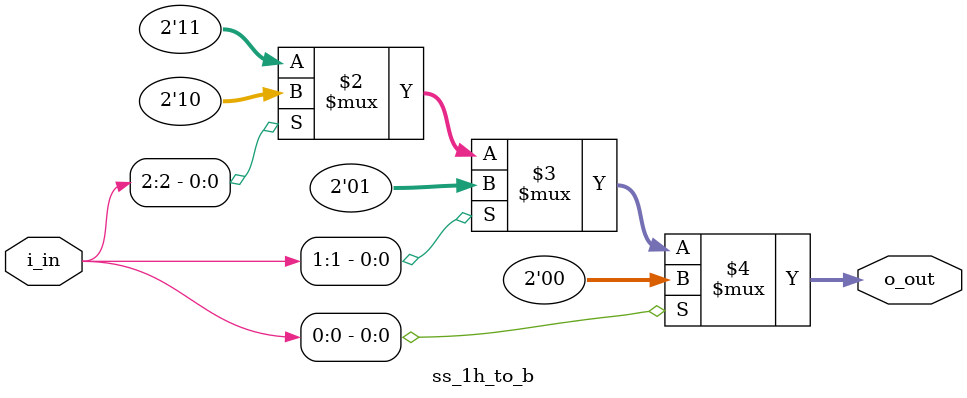
<source format=sv>
`timescale 1ns/1ns

module ss_1h_to_b #(

 parameter input_width  = 4,
 parameter output_width = $clog2(input_width)

)(

 input  [(input_width-1):0]  i_in,
 output [(output_width-1):0] o_out
);

 generate

	if(input_width <= 2)begin

		assign o_out = i_in[0] ? 1'b0 :1'b1;

	end
	else if(input_width <= 4)begin

		assign o_out = 	i_in[0] ? 2'b00 :
				        i_in[1] ? 2'b01 :
				        i_in[2] ? 2'b10 : 
				        i_in[3] ? 2'b11 : 2'b11;

	end
	else if(input_width <= 8) begin

		assign o_out = 	i_in[0] ? 3'b000 :
				i_in[1] ? 3'b001 :
				i_in[2] ? 3'b010 :
				i_in[3] ? 3'b011 :
				i_in[4] ? 3'b100 :
				i_in[5] ? 3'b101 :
				i_in[6] ? 3'b110 : 'b111;

	end
	else if (input_width <= 16) begin
		assign o_out = 	i_in[0]  ? 4'd0 :
			     	i_in[1]  ? 4'd1 :
			     	i_in[2]  ? 4'd2 :
			     	i_in[3]  ? 4'd3 :
			     	i_in[4]  ? 4'd4 :
			     	i_in[5]  ? 4'd5 :
			     	i_in[6]  ? 4'd6 : 
				i_in[7]  ? 4'd7 :
			     	i_in[8]  ? 4'd8 :
			     	i_in[9]  ? 4'd9 :
			     	i_in[10] ? 4'd10 :
			     	i_in[11] ? 4'd11 :
			     	i_in[12] ? 4'd12 :
			     	i_in[13] ? 4'd13 : 
			     	i_in[14] ? 4'd14 :
			     	i_in[15] ? 4'd15 : 'b1111;

	end
  endgenerate

 
endmodule



</source>
